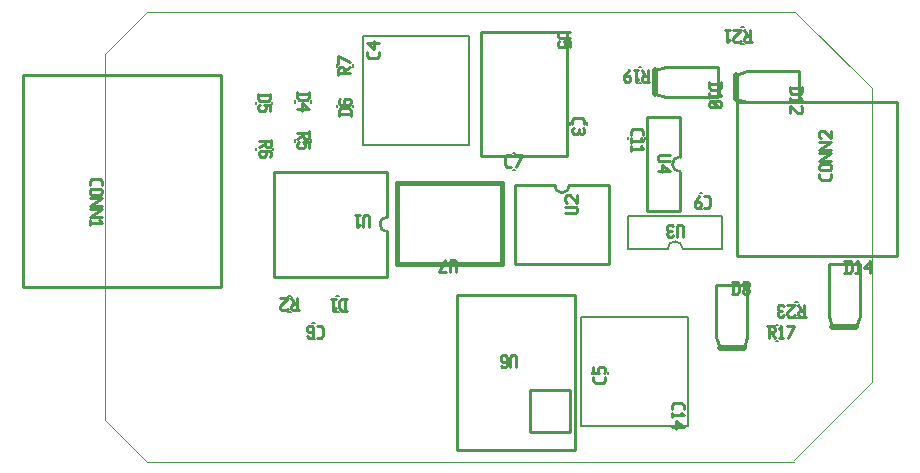
<source format=gbr>
G04 start of page 9 for group -4079 idx -4079 *
G04 Title: (unknown), topsilk *
G04 Creator: pcb 20110918 *
G04 CreationDate: Tue Mar 20 15:17:37 2012 UTC *
G04 For: mldelibero *
G04 Format: Gerber/RS-274X *
G04 PCB-Dimensions: 600000 500000 *
G04 PCB-Coordinate-Origin: lower left *
%MOIN*%
%FSLAX25Y25*%
%LNTOPSILK*%
%ADD503C,0.0060*%
%ADD502C,0.0150*%
%ADD501C,0.0050*%
%ADD500C,0.0080*%
%ADD499C,0.0200*%
%ADD498C,0.0100*%
%ADD497C,0.0010*%
G54D497*X104900Y134000D02*X320800D01*
Y134500D02*X346800Y160500D01*
X346700Y258500D02*X321200Y284000D01*
X346700Y258500D02*Y160500D01*
X105000Y284000D02*X90900Y269900D01*
Y148000D01*
X320700Y284000D02*X105000D01*
X90900Y148000D02*X104900Y134000D01*
G54D498*X301696Y202640D02*X354885D01*
X301775Y253821D02*Y202640D01*
Y253821D02*X354846D01*
X354885D02*Y202640D01*
G54D499*X301500Y263000D02*Y255000D01*
G54D498*X304900Y253900D01*
X322500D01*
Y264100D01*
X304900D01*
X301500Y263000D01*
G54D499*X274500Y264500D02*Y256500D01*
G54D498*X277900Y255400D01*
X295500D01*
Y265600D01*
X277900D01*
X274500Y264500D01*
G54D500*X303150Y273245D02*X303936D01*
X303150Y278755D02*X303936D01*
G54D498*X227820Y226162D02*Y199832D01*
X258952D01*
Y226162D02*Y199832D01*
X227820Y226162D02*X240886D01*
X245886D02*X258952D01*
X240886D02*G75*G03X245886Y226162I2500J0D01*G01*
G54D501*X296666Y215888D02*Y204912D01*
X265534Y215888D02*X296666D01*
X265534D02*Y204912D01*
X283600D02*X296666D01*
X265534D02*X278600D01*
X283600D02*G75*G03X278600Y204912I-2500J0D01*G01*
G54D500*X289264Y218045D02*X290050D01*
X289264Y223555D02*X290050D01*
G54D502*X188500Y199700D02*X223500D01*
X188500Y226700D02*Y199700D01*
Y226700D02*X223500D01*
Y199700D01*
G54D500*X268907Y260045D02*X269693D01*
X268907Y265555D02*X269693D01*
G54D498*X271726Y248728D02*X282702D01*
X271726D02*Y217596D01*
X282702D01*
Y248728D02*Y235662D01*
Y230662D02*Y217596D01*
Y235662D02*G75*G03X282702Y230662I0J-2500D01*G01*
G54D500*X271055Y242250D02*Y241464D01*
X265545Y242250D02*Y241464D01*
X227064Y236755D02*X227850D01*
X227064Y231245D02*X227850D01*
X251655Y247136D02*Y246350D01*
X246145Y247136D02*Y246350D01*
G54D498*X216400Y277300D02*Y235900D01*
X244900D01*
Y277300D02*Y235900D01*
X216400Y277300D02*X244900D01*
G54D500*X253245Y163850D02*Y163064D01*
X258755Y163850D02*Y163064D01*
G54D498*X232600Y144000D02*X245800D01*
X232600Y157900D02*Y144000D01*
Y157900D02*X246000D01*
Y144000D01*
X245400D02*X246000D01*
X247700Y189400D02*Y137700D01*
X208300D02*X247700D01*
X208300Y189400D02*Y137700D01*
Y189400D02*X247700D01*
G54D500*X168245Y266436D02*Y265650D01*
X173755Y266436D02*Y265650D01*
X168302Y252850D02*Y252064D01*
X173812Y252850D02*Y252064D01*
G54D503*X176900Y275900D02*Y239500D01*
X212400Y275900D02*Y239500D01*
X176900D02*X212400D01*
X176900Y275900D02*X212400D01*
X285300Y182300D02*Y145900D01*
X249800Y182300D02*Y145900D01*
Y182300D02*X285300D01*
X249800Y145900D02*X285300D01*
G54D500*X152150Y183831D02*X152936D01*
X152150Y189341D02*X152936D01*
X159755Y241393D02*Y240607D01*
X154245Y241393D02*Y240607D01*
X159755Y254436D02*Y253650D01*
X154245Y254436D02*Y253650D01*
X146755Y253936D02*Y253150D01*
X141245Y253936D02*Y253150D01*
X147055Y238550D02*Y237764D01*
X141545Y238550D02*Y237764D01*
G54D498*X185200Y230500D02*Y215600D01*
Y210600D02*Y195600D01*
X147400D02*X185200D01*
X147400Y230500D02*Y195600D01*
Y230500D02*X185200D01*
Y215600D02*G75*G03X185200Y210600I0J-2500D01*G01*
G54D500*X168150Y183745D02*X168936D01*
X168150Y189255D02*X168936D01*
X160150Y174745D02*X160936D01*
X160150Y180255D02*X160936D01*
G54D498*X129850Y262790D02*Y227990D01*
X63850Y262790D02*X129850D01*
X63850D02*Y192190D01*
X129850D01*
Y228390D02*Y192190D01*
G54D499*X333500Y179000D02*X341500D01*
G54D498*X342600Y182400D01*
Y200000D02*Y182400D01*
X332400Y200000D02*X342600D01*
X332400D02*Y182400D01*
X333500Y179000D01*
G54D500*X321107Y181745D02*X321893D01*
X321107Y187255D02*X321893D01*
G54D499*X295900Y172000D02*X303900D01*
G54D498*X305000Y175400D01*
Y193000D02*Y175400D01*
X294800Y193000D02*X305000D01*
X294800D02*Y175400D01*
X295900Y172000D01*
G54D500*X314607Y179655D02*X315393D01*
X314607Y174145D02*X315393D01*
G54D498*X333200Y229900D02*Y228600D01*
X332500Y227900D02*X333200Y228600D01*
X329900Y227900D02*X332500D01*
X329900D02*X329200Y228600D01*
Y229900D02*Y228600D01*
X329700Y231100D02*X332700D01*
X329700D02*X329200Y231600D01*
Y232600D02*Y231600D01*
Y232600D02*X329700Y233100D01*
X332700D01*
X333200Y232600D02*X332700Y233100D01*
X333200Y232600D02*Y231600D01*
X332700Y231100D02*X333200Y231600D01*
X329200Y234300D02*X333200D01*
X329200D02*X333200Y236800D01*
X329200D02*X333200D01*
X329200Y238000D02*X333200D01*
X329200D02*X333200Y240500D01*
X329200D02*X333200D01*
X329700Y241700D02*X329200Y242200D01*
Y243700D02*Y242200D01*
Y243700D02*X329700Y244200D01*
X330700D01*
X333200Y241700D02*X330700Y244200D01*
X333200D02*Y241700D01*
X304693Y273850D02*X306693D01*
X304693D02*X304193Y274350D01*
Y275350D02*Y274350D01*
X304693Y275850D02*X304193Y275350D01*
X304693Y275850D02*X306193D01*
Y277850D02*Y273850D01*
X305393Y275850D02*X304193Y277850D01*
X302993Y274350D02*X302493Y273850D01*
X300993D02*X302493D01*
X300993D02*X300493Y274350D01*
Y275350D02*Y274350D01*
X302993Y277850D02*X300493Y275350D01*
Y277850D02*X302993D01*
X299293Y274650D02*X298493Y273850D01*
Y277850D02*Y273850D01*
X297793Y277850D02*X299293D01*
X319500Y258500D02*X323500D01*
Y257200D02*X322800Y256500D01*
X320200D02*X322800D01*
X319500Y257200D02*X320200Y256500D01*
X319500Y259000D02*Y257200D01*
X323500Y259000D02*Y257200D01*
X322700Y255300D02*X323500Y254500D01*
X319500D02*X323500D01*
X319500Y255300D02*Y253800D01*
X323000Y252600D02*X323500Y252100D01*
Y250600D01*
X323000Y250100D01*
X322000D02*X323000D01*
X319500Y252600D02*X322000Y250100D01*
X319500Y252600D02*Y250100D01*
X244386Y216997D02*X247886D01*
X248386Y217497D01*
Y218497D02*Y217497D01*
Y218497D02*X247886Y218997D01*
X244386D02*X247886D01*
X244886Y220197D02*X244386Y220697D01*
Y222197D02*Y220697D01*
Y222197D02*X244886Y222697D01*
X245886D01*
X248386Y220197D02*X245886Y222697D01*
X248386D02*Y220197D01*
X228200Y169000D02*Y165500D01*
Y169000D02*X227700Y169500D01*
X226700D02*X227700D01*
X226700D02*X226200Y169000D01*
Y165500D01*
X223500D02*X223000Y166000D01*
X223500Y165500D02*X224500D01*
X225000Y166000D02*X224500Y165500D01*
X225000Y169000D02*Y166000D01*
Y169000D02*X224500Y169500D01*
X223500Y167300D02*X223000Y167800D01*
X223500Y167300D02*X225000D01*
X223500Y169500D02*X224500D01*
X223500D02*X223000Y169000D01*
Y167800D01*
X270450Y260650D02*X272450D01*
X270450D02*X269950Y261150D01*
Y262150D02*Y261150D01*
X270450Y262650D02*X269950Y262150D01*
X270450Y262650D02*X271950D01*
Y264650D02*Y260650D01*
X271150Y262650D02*X269950Y264650D01*
X268750Y261450D02*X267950Y260650D01*
Y264650D02*Y260650D01*
X267250Y264650D02*X268750D01*
X265550D02*X264050Y262650D01*
Y261150D01*
X264550Y260650D02*X264050Y261150D01*
X264550Y260650D02*X265550D01*
X266050Y261150D02*X265550Y260650D01*
X266050Y262150D02*Y261150D01*
Y262150D02*X265550Y262650D01*
X264050D02*X265550D01*
X257850Y162307D02*Y161007D01*
X257150Y160307D02*X257850Y161007D01*
X254550Y160307D02*X257150D01*
X254550D02*X253850Y161007D01*
Y162307D02*Y161007D01*
Y165507D02*Y163507D01*
X255850D01*
X255350Y164007D01*
Y165007D02*Y164007D01*
Y165007D02*X255850Y165507D01*
X257350D01*
X257850Y165007D02*X257350Y165507D01*
X257850Y165007D02*Y164007D01*
X257350Y163507D02*X257850Y164007D01*
X266450Y244307D02*Y243007D01*
X267150Y245007D02*X266450Y244307D01*
X267150Y245007D02*X269750D01*
X270450Y244307D01*
Y243007D01*
X269650Y241807D02*X270450Y241007D01*
X266450D02*X270450D01*
X266450Y241807D02*Y240307D01*
X269650Y239107D02*X270450Y238307D01*
X266450D02*X270450D01*
X266450Y239107D02*Y237607D01*
X292500Y260000D02*X296500D01*
Y258700D02*X295800Y258000D01*
X293200D02*X295800D01*
X292500Y258700D02*X293200Y258000D01*
X292500Y260500D02*Y258700D01*
X296500Y260500D02*Y258700D01*
X295700Y256800D02*X296500Y256000D01*
X292500D02*X296500D01*
X292500Y256800D02*Y255300D01*
X293000Y254100D02*X292500Y253600D01*
X293000Y254100D02*X296000D01*
X296500Y253600D01*
Y252600D01*
X296000Y252100D01*
X293000D02*X296000D01*
X292500Y252600D02*X293000Y252100D01*
X292500Y253600D02*Y252600D01*
X293500Y254100D02*X295500Y252100D01*
X242400Y277300D02*X245900D01*
X242400D02*X241900Y276800D01*
Y275800D01*
X242400Y275300D01*
X245900D01*
Y274100D02*Y272100D01*
X243900Y274100D02*X245900D01*
X243900D02*X244400Y273600D01*
Y272600D01*
X243900Y272100D01*
X242400D02*X243900D01*
X241900Y272600D02*X242400Y272100D01*
X241900Y273600D02*Y272600D01*
X242400Y274100D02*X241900Y273600D01*
X153693Y184436D02*X155693D01*
X153693D02*X153193Y184936D01*
Y185936D02*Y184936D01*
X153693Y186436D02*X153193Y185936D01*
X153693Y186436D02*X155193D01*
Y188436D02*Y184436D01*
X154393Y186436D02*X153193Y188436D01*
X151993Y184936D02*X151493Y184436D01*
X149993D02*X151493D01*
X149993D02*X149493Y184936D01*
Y185936D02*Y184936D01*
X151993Y188436D02*X149493Y185936D01*
Y188436D02*X151993D01*
X171193Y188350D02*Y184350D01*
X169893D02*X169193Y185050D01*
Y187650D02*Y185050D01*
X169893Y188350D02*X169193Y187650D01*
X169893Y188350D02*X171693D01*
X169893Y184350D02*X171693D01*
X167993Y185150D02*X167193Y184350D01*
Y188350D02*Y184350D01*
X166493Y188350D02*X167993D01*
X208000Y200700D02*Y197200D01*
Y200700D02*X207500Y201200D01*
X206500D02*X207500D01*
X206500D02*X206000Y200700D01*
Y197200D01*
X204300Y201200D02*X202300Y197200D01*
X204800D01*
X179200Y215600D02*Y212100D01*
Y215600D02*X178700Y216100D01*
X177700D02*X178700D01*
X177700D02*X177200Y215600D01*
Y212100D01*
X176000Y212900D02*X175200Y212100D01*
Y216100D02*Y212100D01*
X174500Y216100D02*X176000D01*
X182300Y270400D02*Y269100D01*
X181600Y268400D02*X182300Y269100D01*
X179000Y268400D02*X181600D01*
X179000D02*X178300Y269100D01*
Y270400D02*Y269100D01*
X180800Y271600D02*X178300Y273600D01*
X180800Y274100D02*Y271600D01*
X178300Y273600D02*X182300D01*
X161693Y179350D02*X162993D01*
X163693Y178650D02*X162993Y179350D01*
X163693Y178650D02*Y176050D01*
X162993Y175350D01*
X161693D02*X162993D01*
X158993D02*X158493Y175850D01*
X158993Y175350D02*X159993D01*
X160493Y175850D02*X159993Y175350D01*
X160493Y178850D02*Y175850D01*
Y178850D02*X159993Y179350D01*
X158993Y177150D02*X158493Y177650D01*
X158993Y177150D02*X160493D01*
X158993Y179350D02*X159993D01*
X158993D02*X158493Y178850D01*
Y177650D01*
X225007Y232150D02*X226307D01*
X224307Y232850D02*X225007Y232150D01*
X224307Y235450D02*Y232850D01*
Y235450D02*X225007Y236150D01*
X226307D01*
X228007Y232150D02*X230007Y236150D01*
X227507D02*X230007D01*
X246750Y247736D02*Y246436D01*
X247450Y248436D02*X246750Y247736D01*
X247450Y248436D02*X250050D01*
X250750Y247736D01*
Y246436D01*
X250250Y245236D02*X250750Y244736D01*
Y243736D01*
X250250Y243236D01*
X246750Y243736D02*X247250Y243236D01*
X246750Y244736D02*Y243736D01*
X247250Y245236D02*X246750Y244736D01*
X248950D02*Y243736D01*
X249450Y243236D02*X250250D01*
X247250D02*X248450D01*
X248950Y243736D01*
X249450Y243236D02*X248950Y243736D01*
X275714Y236162D02*X279214D01*
X275714D02*X275214Y235662D01*
Y234662D01*
X275714Y234162D01*
X279214D01*
X276714Y232962D02*X279214Y230962D01*
X276714Y232962D02*Y230462D01*
X275214Y230962D02*X279214D01*
X159150Y244150D02*Y242150D01*
X158650Y241650D01*
X157650D02*X158650D01*
X157150Y242150D02*X157650Y241650D01*
X157150Y243650D02*Y242150D01*
X155150Y243650D02*X159150D01*
X157150Y242850D02*X155150Y241650D01*
X159150Y240450D02*Y238450D01*
X157150Y240450D02*X159150D01*
X157150D02*X157650Y239950D01*
Y238950D01*
X157150Y238450D01*
X155650D02*X157150D01*
X155150Y238950D02*X155650Y238450D01*
X155150Y239950D02*Y238950D01*
X155650Y240450D02*X155150Y239950D01*
X146450Y241307D02*Y239307D01*
X145950Y238807D01*
X144950D02*X145950D01*
X144450Y239307D02*X144950Y238807D01*
X144450Y240807D02*Y239307D01*
X142450Y240807D02*X146450D01*
X144450Y240007D02*X142450Y238807D01*
X146450Y236107D02*X145950Y235607D01*
X146450Y237107D02*Y236107D01*
X145950Y237607D02*X146450Y237107D01*
X142950Y237607D02*X145950D01*
X142950D02*X142450Y237107D01*
X144650Y236107D02*X144150Y235607D01*
X144650Y237607D02*Y236107D01*
X142450Y237107D02*Y236107D01*
X142950Y235607D01*
X144150D01*
X155150Y256693D02*X159150D01*
Y255393D02*X158450Y254693D01*
X155850D02*X158450D01*
X155150Y255393D02*X155850Y254693D01*
X155150Y257193D02*Y255393D01*
X159150Y257193D02*Y255393D01*
X156650Y253493D02*X159150Y251493D01*
X156650Y253493D02*Y250993D01*
X155150Y251493D02*X159150D01*
X142150Y256193D02*X146150D01*
Y254893D02*X145450Y254193D01*
X142850D02*X145450D01*
X142150Y254893D02*X142850Y254193D01*
X142150Y256693D02*Y254893D01*
X146150Y256693D02*Y254893D01*
Y252993D02*Y250993D01*
X144150Y252993D02*X146150D01*
X144150D02*X144650Y252493D01*
Y251493D01*
X144150Y250993D01*
X142650D02*X144150D01*
X142150Y251493D02*X142650Y250993D01*
X142150Y252493D02*Y251493D01*
X142650Y252993D02*X142150Y252493D01*
X168850Y264893D02*Y262893D01*
Y264893D02*X169350Y265393D01*
X170350D01*
X170850Y264893D02*X170350Y265393D01*
X170850Y264893D02*Y263393D01*
X168850D02*X172850D01*
X170850Y264193D02*X172850Y265393D01*
Y267093D02*X168850Y269093D01*
Y266593D01*
X168907Y249807D02*X172907D01*
X168907Y251107D02*X169607Y251807D01*
X172207D01*
X172907Y251107D02*X172207Y251807D01*
X172907Y251107D02*Y249307D01*
X168907Y251107D02*Y249307D01*
Y254507D02*X169407Y255007D01*
X168907Y254507D02*Y253507D01*
X169407Y253007D02*X168907Y253507D01*
X169407Y253007D02*X172407D01*
X172907Y253507D01*
X170707Y254507D02*X171207Y255007D01*
X170707Y254507D02*Y253007D01*
X172907Y254507D02*Y253507D01*
Y254507D02*X172407Y255007D01*
X171207D02*X172407D01*
X85950Y227490D02*Y226190D01*
X86650Y228190D02*X85950Y227490D01*
X86650Y228190D02*X89250D01*
X89950Y227490D01*
Y226190D01*
X86450Y224990D02*X89450D01*
X89950Y224490D01*
Y223490D01*
X89450Y222990D01*
X86450D02*X89450D01*
X85950Y223490D02*X86450Y222990D01*
X85950Y224490D02*Y223490D01*
X86450Y224990D02*X85950Y224490D01*
Y221790D02*X89950D01*
X85950Y219290D01*
X89950D01*
X85950Y218090D02*X89950D01*
X85950Y215590D01*
X89950D01*
X89150Y214390D02*X89950Y213590D01*
X85950D02*X89950D01*
X85950Y214390D02*Y212890D01*
X283600Y212400D02*Y208900D01*
Y212400D02*X283100Y212900D01*
X282100D02*X283100D01*
X282100D02*X281600Y212400D01*
Y208900D01*
X280400Y209400D02*X279900Y208900D01*
X278900D02*X279900D01*
X278900D02*X278400Y209400D01*
X278900Y212900D02*X278400Y212400D01*
X278900Y212900D02*X279900D01*
X280400Y212400D02*X279900Y212900D01*
X278900Y210700D02*X279900D01*
X278400Y210200D02*Y209400D01*
Y212400D02*Y211200D01*
X278900Y210700D01*
X278400Y210200D02*X278900Y210700D01*
X290807Y222650D02*X292107D01*
X292807Y221950D02*X292107Y222650D01*
X292807Y221950D02*Y219350D01*
X292107Y218650D01*
X290807D02*X292107D01*
X289107Y222650D02*X287607Y220650D01*
Y219150D01*
X288107Y218650D02*X287607Y219150D01*
X288107Y218650D02*X289107D01*
X289607Y219150D02*X289107Y218650D01*
X289607Y220150D02*Y219150D01*
Y220150D02*X289107Y220650D01*
X287607D02*X289107D01*
X338000Y201000D02*Y197000D01*
X339300Y201000D02*X340000Y200300D01*
Y197700D01*
X339300Y197000D02*X340000Y197700D01*
X337500Y197000D02*X339300D01*
X337500Y201000D02*X339300D01*
X341200Y200200D02*X342000Y201000D01*
Y197000D01*
X341200D02*X342700D01*
X343900Y198500D02*X345900Y201000D01*
X343900Y198500D02*X346400D01*
X345900Y201000D02*Y197000D01*
X322650Y182350D02*X324650D01*
X322650D02*X322150Y182850D01*
Y183850D02*Y182850D01*
X322650Y184350D02*X322150Y183850D01*
X322650Y184350D02*X324150D01*
Y186350D02*Y182350D01*
X323350Y184350D02*X322150Y186350D01*
X320950Y182850D02*X320450Y182350D01*
X318950D02*X320450D01*
X318950D02*X318450Y182850D01*
Y183850D02*Y182850D01*
X320950Y186350D02*X318450Y183850D01*
Y186350D02*X320950D01*
X317250Y182850D02*X316750Y182350D01*
X315750D02*X316750D01*
X315750D02*X315250Y182850D01*
X315750Y186350D02*X315250Y185850D01*
X315750Y186350D02*X316750D01*
X317250Y185850D02*X316750Y186350D01*
X315750Y184150D02*X316750D01*
X315250Y183650D02*Y182850D01*
Y185850D02*Y184650D01*
X315750Y184150D01*
X315250Y183650D02*X315750Y184150D01*
X300400Y194000D02*Y190000D01*
X301700Y194000D02*X302400Y193300D01*
Y190700D01*
X301700Y190000D02*X302400Y190700D01*
X299900Y190000D02*X301700D01*
X299900Y194000D02*X301700D01*
X303600Y190500D02*X304100Y190000D01*
X303600Y191300D02*Y190500D01*
Y191300D02*X304300Y192000D01*
X304900D01*
X305600Y191300D01*
Y190500D01*
X305100Y190000D02*X305600Y190500D01*
X304100Y190000D02*X305100D01*
X303600Y192700D02*X304300Y192000D01*
X303600Y193500D02*Y192700D01*
Y193500D02*X304100Y194000D01*
X305100D01*
X305600Y193500D01*
Y192700D01*
X304900Y192000D02*X305600Y192700D01*
X311850Y179050D02*X313850D01*
X314350Y178550D01*
Y177550D01*
X313850Y177050D02*X314350Y177550D01*
X312350Y177050D02*X313850D01*
X312350Y179050D02*Y175050D01*
X313150Y177050D02*X314350Y175050D01*
X315550Y178250D02*X316350Y179050D01*
Y175050D01*
X315550D02*X317050D01*
X318750D02*X320750Y179050D01*
X318250D02*X320750D01*
X279900Y152700D02*Y151400D01*
X280600Y153400D02*X279900Y152700D01*
X280600Y153400D02*X283200D01*
X283900Y152700D01*
Y151400D01*
X283100Y150200D02*X283900Y149400D01*
X279900D02*X283900D01*
X279900Y150200D02*Y148700D01*
X281400Y147500D02*X283900Y145500D01*
X281400Y147500D02*Y145000D01*
X279900Y145500D02*X283900D01*
M02*

</source>
